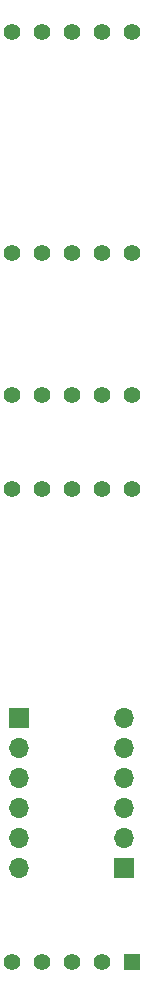
<source format=gbs>
G04 #@! TF.GenerationSoftware,KiCad,Pcbnew,6.0.11*
G04 #@! TF.CreationDate,2024-08-01T21:02:41+01:00*
G04 #@! TF.ProjectId,7Backpack,37426163-6b70-4616-936b-2e6b69636164,rev?*
G04 #@! TF.SameCoordinates,Original*
G04 #@! TF.FileFunction,Soldermask,Bot*
G04 #@! TF.FilePolarity,Negative*
%FSLAX46Y46*%
G04 Gerber Fmt 4.6, Leading zero omitted, Abs format (unit mm)*
G04 Created by KiCad (PCBNEW 6.0.11) date 2024-08-01 21:02:41*
%MOMM*%
%LPD*%
G01*
G04 APERTURE LIST*
G04 Aperture macros list*
%AMRoundRect*
0 Rectangle with rounded corners*
0 $1 Rounding radius*
0 $2 $3 $4 $5 $6 $7 $8 $9 X,Y pos of 4 corners*
0 Add a 4 corners polygon primitive as box body*
4,1,4,$2,$3,$4,$5,$6,$7,$8,$9,$2,$3,0*
0 Add four circle primitives for the rounded corners*
1,1,$1+$1,$2,$3*
1,1,$1+$1,$4,$5*
1,1,$1+$1,$6,$7*
1,1,$1+$1,$8,$9*
0 Add four rect primitives between the rounded corners*
20,1,$1+$1,$2,$3,$4,$5,0*
20,1,$1+$1,$4,$5,$6,$7,0*
20,1,$1+$1,$6,$7,$8,$9,0*
20,1,$1+$1,$8,$9,$2,$3,0*%
G04 Aperture macros list end*
%ADD10R,1.700000X1.700000*%
%ADD11O,1.700000X1.700000*%
%ADD12RoundRect,0.102000X0.609000X-0.609000X0.609000X0.609000X-0.609000X0.609000X-0.609000X-0.609000X0*%
%ADD13C,1.422000*%
G04 APERTURE END LIST*
D10*
X100965000Y-111760000D03*
D11*
X100965000Y-114300000D03*
X100965000Y-116840000D03*
X100965000Y-119380000D03*
X100965000Y-121920000D03*
X100965000Y-124460000D03*
D10*
X109855000Y-124460000D03*
D11*
X109855000Y-121920000D03*
X109855000Y-119380000D03*
X109855000Y-116840000D03*
X109855000Y-114300000D03*
X109855000Y-111760000D03*
D12*
X110490000Y-132428500D03*
D13*
X107950000Y-132428500D03*
X105410000Y-132428500D03*
X102870000Y-132428500D03*
X100330000Y-132428500D03*
X100330000Y-84428500D03*
X100330000Y-72428500D03*
X100330000Y-92428500D03*
X100330000Y-53688500D03*
X102870000Y-84428500D03*
X102870000Y-53688500D03*
X102870000Y-72428500D03*
X102870000Y-92428500D03*
X105410000Y-84428500D03*
X105410000Y-53688500D03*
X105410000Y-72428500D03*
X105410000Y-92428500D03*
X107950000Y-53688500D03*
X107950000Y-92428500D03*
X107950000Y-72428500D03*
X107950000Y-84428500D03*
X110490000Y-84428500D03*
X110490000Y-92428500D03*
X110490000Y-72428500D03*
X110490000Y-53688500D03*
M02*

</source>
